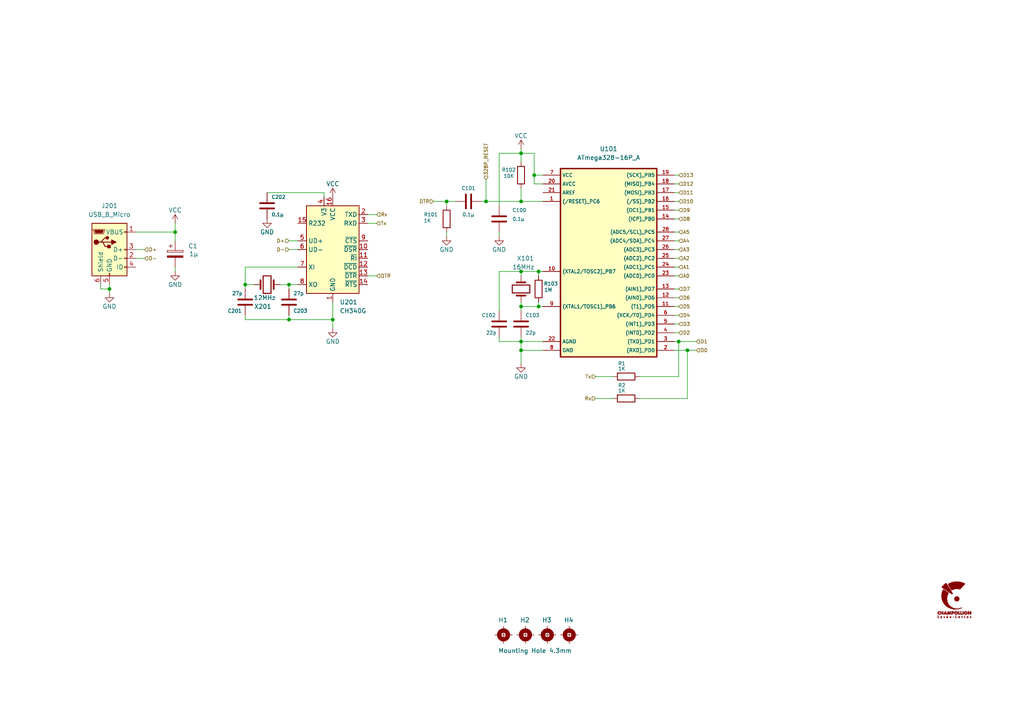
<source format=kicad_sch>
(kicad_sch (version 20231120) (generator "eeschema") (generator_version "8.0")
  (paper "A4")
  (title_block (title "5 TYPES") (date "2024-05-12") (rev "0") (comment 1 "FK2405") (comment 2 "BARBATO & DOULCET"))
  (lib_symbols
    (symbol "ATMEGA8-16AU:ATmega328-16P_A"
      (property "Reference" "U" (at 17.78 5.715 0))
      (property "Value" "ATmega328-16P_A" (at 18.415 3.81 0))
      (symbol "ATmega328-16P_A_0_0"
        (pin bidirectional line (at 0 -7.62 0) (length 5.08) (name "(/RESET)_PC6") (number "1"))
        (pin bidirectional line (at 0 -27.94 0) (length 5.08) (name "(XTAL2/TOSC2)_PB7") (number "10"))
        (pin bidirectional line (at 38.1 -38.1 180) (length 5.08) (name "(T1)_PD5") (number "11"))
        (pin bidirectional line (at 38.1 -35.56 180) (length 5.08) (name "(AIN0)_PD6") (number "12"))
        (pin bidirectional line (at 38.1 -33.02 180) (length 5.08) (name "(AIN1)_PD7") (number "13"))
        (pin bidirectional line (at 38.1 -12.7 180) (length 5.08) (name "(ICP)_PB0") (number "14"))
        (pin bidirectional line (at 38.1 -10.16 180) (length 5.08) (name "(OC1)_PB1") (number "15"))
        (pin bidirectional line (at 38.1 -7.62 180) (length 5.08) (name "(/SS)_PB2") (number "16"))
        (pin bidirectional line (at 38.1 -5.08 180) (length 5.08) (name "(MOSI)_PB3") (number "17"))
        (pin bidirectional line (at 38.1 -2.54 180) (length 5.08) (name "(MISO)_PB4") (number "18"))
        (pin bidirectional line (at 38.1 0 180) (length 5.08) (name "(SCK)_PB5") (number "19"))
        (pin bidirectional line (at 38.1 -50.8 180) (length 5.08) (name "(RXD)_PD0") (number "2"))
        (pin power_in line (at 0 -2.54 0) (length 5.08) (name "AVCC") (number "20"))
        (pin input line (at 0 -5.08 0) (length 5.08) (name "AREF") (number "21"))
        (pin passive line (at 0 -48.26 0) (length 5.08) (name "AGND") (number "22"))
        (pin bidirectional line (at 38.1 -29.21 180) (length 5.08) (name "(ADC0)_PC0") (number "23"))
        (pin bidirectional line (at 38.1 -26.67 180) (length 5.08) (name "(ADC1)_PC1") (number "24"))
        (pin bidirectional line (at 38.1 -24.13 180) (length 5.08) (name "(ADC2)_PC2") (number "25"))
        (pin bidirectional line (at 38.1 -21.59 180) (length 5.08) (name "(ADC3)_PC3") (number "26"))
        (pin bidirectional line (at 38.1 -19.05 180) (length 5.08) (name "(ADC4/SDA)_PC4") (number "27"))
        (pin bidirectional line (at 38.1 -16.51 180) (length 5.08) (name "(ADC5/SCL)_PC5") (number "28"))
        (pin bidirectional line (at 38.1 -48.26 180) (length 5.08) (name "(TXD)_PD1") (number "3"))
        (pin bidirectional line (at 38.1 -45.72 180) (length 5.08) (name "(INT0)_PD2") (number "4"))
        (pin bidirectional line (at 38.1 -43.18 180) (length 5.08) (name "(INT1)_PD3") (number "5"))
        (pin bidirectional line (at 38.1 -40.64 180) (length 5.08) (name "(XCK/T0)_PD4") (number "6"))
        (pin power_in line (at 0 0 0) (length 5.08) (name "VCC") (number "7"))
        (pin passive line (at 0 -50.8 0) (length 5.08) (name "GND") (number "8"))
        (pin bidirectional line (at 0 -38.1 0) (length 5.08) (name "(XTAL1/TOSC1)_PB6") (number "9"))
      )
    )
    (symbol "Connector:USB_B_Micro" (pin_names (offset 1.016))
      (property "Reference" "J" (at -5.08 11.43 0))
      (property "Value" "USB_B_Micro" (at -5.08 8.89 0))
      (symbol "USB_B_Micro_1_1"
        (pin power_out line (at 7.62 5.08 180) (length 2.54) (name "VBUS") (number "1"))
        (pin bidirectional line (at 7.62 -2.54 180) (length 2.54) (name "D-") (number "2"))
        (pin bidirectional line (at 7.62 0 180) (length 2.54) (name "D+") (number "3"))
        (pin passive line (at 7.62 -5.08 180) (length 2.54) (name "ID") (number "4"))
        (pin power_out line (at 0 -10.16 90) (length 2.54) (name "GND") (number "5"))
        (pin passive line (at -2.54 -10.16 90) (length 2.54) (name "Shield") (number "6"))
      )
    )
    (symbol "Device:C" (pin_numbers hide) (pin_names (offset 0.254))
      (property "Reference" "C" (at 0.635 2.54 0))
      (property "Value" "C" (at 0.635 -2.54 0))
      (symbol "C_1_1"
        (pin passive line (at 0 3.81 270) (length 2.794) (name "~") (number "1"))
        (pin passive line (at 0 -3.81 90) (length 2.794) (name "~") (number "2"))
      )
    )
    (symbol "Device:C_Polarized" (pin_numbers hide) (pin_names (offset 0.254))
      (property "Reference" "C" (at 0.635 2.54 0))
      (property "Value" "C_Polarized" (at 0.635 -2.54 0))
      (symbol "C_Polarized_1_1"
        (pin passive line (at 0 3.81 270) (length 2.794) (name "~") (number "1"))
        (pin passive line (at 0 -3.81 90) (length 2.794) (name "~") (number "2"))
      )
    )
    (symbol "Device:Crystal" (pin_numbers hide) (pin_names (offset 1.016) hide)
      (property "Reference" "Y" (at 0 3.81 0))
      (property "Value" "Crystal" (at 0 -3.81 0))
      (symbol "Crystal_1_1"
        (pin passive line (at -3.81 0 0) (length 1.27) (name "1") (number "1"))
        (pin passive line (at 3.81 0 180) (length 1.27) (name "2") (number "2"))
      )
    )
    (symbol "Device:R" (pin_numbers hide) (pin_names (offset 0))
      (property "Reference" "R" (at 2.032 0 90))
      (property "Value" "R" (at 0 0 90))
      (symbol "R_1_1"
        (pin passive line (at 0 3.81 270) (length 1.27) (name "~") (number "1"))
        (pin passive line (at 0 -3.81 90) (length 1.27) (name "~") (number "2"))
      )
    )
    (symbol "GND_14" (power) (pin_numbers hide) (pin_names (offset 0) hide)
      (property "Value" "GND_14" (at 0 -3.81 0))
      (symbol "GND_14_1_1"
        (pin power_in line (at 0 0 270) (length 0) hide (name "GND") (number "1"))
      )
    )
    (symbol "GND_3" (power) (pin_numbers hide) (pin_names (offset 0) hide)
      (property "Value" "GND_3" (at 0 -3.81 0))
      (symbol "GND_3_1_1"
        (pin power_in line (at 0 0 270) (length 0) hide (name "GND") (number "1"))
      )
    )
    (symbol "Interface_USB:CH340G"
      (property "Reference" "U" (at -5.08 13.97 0))
      (property "Value" "CH340G" (at 1.27 13.97 0))
      (symbol "CH340G_1_1"
        (pin power_in line (at 0 -15.24 90) (length 2.54) (name "GND") (number "1"))
        (pin input line (at 10.16 0 180) (length 2.54) (name "~{DSR}") (number "10"))
        (pin input line (at 10.16 -2.54 180) (length 2.54) (name "~{RI}") (number "11"))
        (pin input line (at 10.16 -5.08 180) (length 2.54) (name "~{DCD}") (number "12"))
        (pin output line (at 10.16 -7.62 180) (length 2.54) (name "~{DTR}") (number "13"))
        (pin output line (at 10.16 -10.16 180) (length 2.54) (name "~{RTS}") (number "14"))
        (pin input line (at -10.16 7.62 0) (length 2.54) (name "R232") (number "15"))
        (pin power_in line (at 0 15.24 270) (length 2.54) (name "VCC") (number "16"))
        (pin output line (at 10.16 10.16 180) (length 2.54) (name "TXD") (number "2"))
        (pin input line (at 10.16 7.62 180) (length 2.54) (name "RXD") (number "3"))
        (pin passive line (at -2.54 15.24 270) (length 2.54) (name "V3") (number "4"))
        (pin bidirectional line (at -10.16 2.54 0) (length 2.54) (name "UD+") (number "5"))
        (pin bidirectional line (at -10.16 0 0) (length 2.54) (name "UD-") (number "6"))
        (pin input line (at -10.16 -5.08 0) (length 2.54) (name "XI") (number "7"))
        (pin output line (at -10.16 -10.16 0) (length 2.54) (name "XO") (number "8"))
        (pin input line (at 10.16 2.54 180) (length 2.54) (name "~{CTS}") (number "9"))
      )
    )
    (symbol "LOGO:LOGO" (pin_names (offset 1.016)))
    (symbol "MountingHole_1" (pin_names (offset 1.016))
      (property "Reference" "H" (at 0 5.08 0))
      (property "Value" "MountingHole_1" (at 0 3.175 0))
    )
    (symbol "power:GND" (power) (pin_numbers hide) (pin_names (offset 0) hide)
      (property "Value" "GND" (at 0 -3.81 0))
      (symbol "GND_1_1"
        (pin power_in line (at 0 0 270) (length 0) hide (name "GND") (number "1"))
      )
    )
    (symbol "power:VCC" (power) (pin_numbers hide) (pin_names (offset 0) hide)
      (property "Value" "VCC" (at 0 3.81 0))
      (symbol "VCC_1_1"
        (pin power_in line (at 0 0 90) (length 0) hide (name "VCC") (number "1"))
      )
    )
  )
  (junction (at 140.97 58.42))
  (junction (at 129.54 58.42))
  (junction (at 156.21 78.74))
  (junction (at 83.82 92.71))
  (junction (at 96.52 92.71))
  (junction (at 50.8 67.31))
  (junction (at 151.13 58.42))
  (junction (at 83.82 82.55))
  (junction (at 71.12 82.55))
  (junction (at 199.39 101.6))
  (junction (at 151.13 99.06))
  (junction (at 196.85 99.06))
  (junction (at 154.94 50.8))
  (junction (at 156.21 88.9))
  (junction (at 151.13 44.45))
  (junction (at 151.13 88.9))
  (junction (at 151.13 78.74))
  (junction (at 31.75 83.82))
  (junction (at 151.13 101.6))
  (wire (pts (xy 196.85 99.06) (xy 201.93 99.06)))
  (wire (pts (xy 83.82 92.71) (xy 83.82 91.44)))
  (wire (pts (xy 196.85 93.98) (xy 195.58 93.98)))
  (wire (pts (xy 196.85 72.39) (xy 195.58 72.39)))
  (wire (pts (xy 144.78 78.74) (xy 151.13 78.74)))
  (wire (pts (xy 83.82 82.55) (xy 81.28 82.55)))
  (wire (pts (xy 196.85 60.96) (xy 195.58 60.96)))
  (wire (pts (xy 29.21 82.55) (xy 29.21 83.82)))
  (wire (pts (xy 196.85 67.31) (xy 195.58 67.31)))
  (wire (pts (xy 196.85 80.01) (xy 195.58 80.01)))
  (wire (pts (xy 71.12 77.47) (xy 71.12 82.55)))
  (wire (pts (xy 151.13 87.63) (xy 151.13 88.9)))
  (wire (pts (xy 151.13 58.42) (xy 157.48 58.42)))
  (wire (pts (xy 83.82 69.85) (xy 86.36 69.85)))
  (wire (pts (xy 151.13 46.99) (xy 151.13 44.45)))
  (wire (pts (xy 196.85 74.93) (xy 195.58 74.93)))
  (wire (pts (xy 151.13 97.79) (xy 151.13 99.06)))
  (wire (pts (xy 144.78 44.45) (xy 144.78 59.69)))
  (wire (pts (xy 139.7 58.42) (xy 140.97 58.42)))
  (wire (pts (xy 199.39 101.6) (xy 199.39 115.57)))
  (wire (pts (xy 172.72 109.22) (xy 177.8 109.22)))
  (wire (pts (xy 106.68 80.01) (xy 109.22 80.01)))
  (wire (pts (xy 199.39 101.6) (xy 201.93 101.6)))
  (wire (pts (xy 151.13 88.9) (xy 151.13 90.17)))
  (wire (pts (xy 172.72 115.57) (xy 177.8 115.57)))
  (wire (pts (xy 195.58 99.06) (xy 196.85 99.06)))
  (wire (pts (xy 129.54 58.42) (xy 129.54 59.69)))
  (wire (pts (xy 185.42 109.22) (xy 196.85 109.22)))
  (wire (pts (xy 199.39 115.57) (xy 185.42 115.57)))
  (wire (pts (xy 156.21 88.9) (xy 151.13 88.9)))
  (wire (pts (xy 144.78 99.06) (xy 144.78 97.79)))
  (wire (pts (xy 71.12 82.55) (xy 71.12 83.82)))
  (wire (pts (xy 83.82 82.55) (xy 83.82 83.82)))
  (wire (pts (xy 196.85 77.47) (xy 195.58 77.47)))
  (wire (pts (xy 154.94 44.45) (xy 154.94 50.8)))
  (wire (pts (xy 31.75 83.82) (xy 31.75 85.09)))
  (wire (pts (xy 195.58 53.34) (xy 196.85 53.34)))
  (wire (pts (xy 29.21 83.82) (xy 31.75 83.82)))
  (wire (pts (xy 151.13 101.6) (xy 151.13 105.41)))
  (wire (pts (xy 196.85 88.9) (xy 195.58 88.9)))
  (wire (pts (xy 157.48 78.74) (xy 156.21 78.74)))
  (wire (pts (xy 96.52 95.25) (xy 96.52 92.71)))
  (wire (pts (xy 93.98 55.88) (xy 93.98 57.15)))
  (wire (pts (xy 106.68 62.23) (xy 109.22 62.23)))
  (wire (pts (xy 77.47 55.88) (xy 93.98 55.88)))
  (wire (pts (xy 140.97 52.07) (xy 140.97 58.42)))
  (wire (pts (xy 196.85 63.5) (xy 195.58 63.5)))
  (wire (pts (xy 39.37 67.31) (xy 50.8 67.31)))
  (wire (pts (xy 151.13 99.06) (xy 144.78 99.06)))
  (wire (pts (xy 83.82 82.55) (xy 86.36 82.55)))
  (wire (pts (xy 157.48 53.34) (xy 154.94 53.34)))
  (wire (pts (xy 195.58 50.8) (xy 196.85 50.8)))
  (wire (pts (xy 196.85 96.52) (xy 195.58 96.52)))
  (wire (pts (xy 156.21 88.9) (xy 157.48 88.9)))
  (wire (pts (xy 196.85 99.06) (xy 196.85 109.22)))
  (wire (pts (xy 196.85 83.82) (xy 195.58 83.82)))
  (wire (pts (xy 151.13 78.74) (xy 156.21 78.74)))
  (wire (pts (xy 83.82 92.71) (xy 71.12 92.71)))
  (wire (pts (xy 39.37 72.39) (xy 41.91 72.39)))
  (wire (pts (xy 96.52 87.63) (xy 96.52 92.71)))
  (wire (pts (xy 151.13 44.45) (xy 154.94 44.45)))
  (wire (pts (xy 144.78 90.17) (xy 144.78 78.74)))
  (wire (pts (xy 156.21 78.74) (xy 156.21 80.01)))
  (wire (pts (xy 154.94 53.34) (xy 154.94 50.8)))
  (wire (pts (xy 140.97 58.42) (xy 151.13 58.42)))
  (wire (pts (xy 144.78 67.31) (xy 144.78 68.58)))
  (wire (pts (xy 129.54 58.42) (xy 132.08 58.42)))
  (wire (pts (xy 144.78 44.45) (xy 151.13 44.45)))
  (wire (pts (xy 154.94 50.8) (xy 157.48 50.8)))
  (wire (pts (xy 50.8 67.31) (xy 50.8 69.85)))
  (wire (pts (xy 31.75 82.55) (xy 31.75 83.82)))
  (wire (pts (xy 83.82 72.39) (xy 86.36 72.39)))
  (wire (pts (xy 156.21 87.63) (xy 156.21 88.9)))
  (wire (pts (xy 195.58 101.6) (xy 199.39 101.6)))
  (wire (pts (xy 83.82 92.71) (xy 96.52 92.71)))
  (wire (pts (xy 151.13 43.18) (xy 151.13 44.45)))
  (wire (pts (xy 195.58 55.88) (xy 196.85 55.88)))
  (wire (pts (xy 151.13 54.61) (xy 151.13 58.42)))
  (wire (pts (xy 50.8 64.77) (xy 50.8 67.31)))
  (wire (pts (xy 106.68 64.77) (xy 109.22 64.77)))
  (wire (pts (xy 50.8 77.47) (xy 50.8 78.74)))
  (wire (pts (xy 125.73 58.42) (xy 129.54 58.42)))
  (wire (pts (xy 71.12 92.71) (xy 71.12 91.44)))
  (wire (pts (xy 157.48 101.6) (xy 151.13 101.6)))
  (wire (pts (xy 196.85 86.36) (xy 195.58 86.36)))
  (wire (pts (xy 73.66 82.55) (xy 71.12 82.55)))
  (wire (pts (xy 196.85 91.44) (xy 195.58 91.44)))
  (wire (pts (xy 196.85 69.85) (xy 195.58 69.85)))
  (wire (pts (xy 39.37 74.93) (xy 41.91 74.93)))
  (wire (pts (xy 71.12 77.47) (xy 86.36 77.47)))
  (wire (pts (xy 129.54 67.31) (xy 129.54 68.58)))
  (wire (pts (xy 196.85 58.42) (xy 195.58 58.42)))
  (wire (pts (xy 157.48 99.06) (xy 151.13 99.06)))
  (wire (pts (xy 151.13 99.06) (xy 151.13 101.6)))
  (wire (pts (xy 151.13 80.01) (xy 151.13 78.74)))
  (hierarchical_label "A5" (shape input) (at 196.85 67.31 0) (effects (font (size 1.016 1.016))))
  (hierarchical_label "D+" (shape input) (at 41.91 72.39 0) (effects (font (size 1.016 1.016))))
  (hierarchical_label "Rx" (shape input) (at 172.72 115.57 180) (effects (font (size 1.016 1.016))))
  (hierarchical_label "DTR" (shape input) (at 125.73 58.42 180) (effects (font (size 1.016 1.016))))
  (hierarchical_label "D-" (shape input) (at 41.91 74.93 0) (effects (font (size 1.016 1.016))))
  (hierarchical_label "D10" (shape input) (at 196.85 58.42 0) (effects (font (size 1.016 1.016))))
  (hierarchical_label "D11" (shape input) (at 196.85 55.88 0) (effects (font (size 1.016 1.016))))
  (hierarchical_label "D+" (shape input) (at 83.82 69.85 180) (effects (font (size 1.016 1.016))))
  (hierarchical_label "D9" (shape input) (at 196.85 60.96 0) (effects (font (size 1.016 1.016))))
  (hierarchical_label "Tx" (shape input) (at 109.22 64.77 0) (effects (font (size 1.016 1.016))))
  (hierarchical_label "D12" (shape input) (at 196.85 53.34 0) (effects (font (size 1.016 1.016))))
  (hierarchical_label "DTR" (shape input) (at 109.22 80.01 0) (effects (font (size 1.016 1.016))))
  (hierarchical_label "A0" (shape input) (at 196.85 80.01 0) (effects (font (size 1.016 1.016))))
  (hierarchical_label "A4" (shape input) (at 196.85 69.85 0) (effects (font (size 1.016 1.016))))
  (hierarchical_label "D1" (shape input) (at 201.93 99.06 0) (effects (font (size 1.016 1.016))))
  (hierarchical_label "D7" (shape input) (at 196.85 83.82 0) (effects (font (size 1.016 1.016))))
  (hierarchical_label "D6" (shape input) (at 196.85 86.36 0) (effects (font (size 1.016 1.016))))
  (hierarchical_label "D5" (shape input) (at 196.85 88.9 0) (effects (font (size 1.016 1.016))))
  (hierarchical_label "A1" (shape input) (at 196.85 77.47 0) (effects (font (size 1.016 1.016))))
  (hierarchical_label "Rx" (shape input) (at 109.22 62.23 0) (effects (font (size 1.016 1.016))))
  (hierarchical_label "D2" (shape input) (at 196.85 96.52 0) (effects (font (size 1.016 1.016))))
  (hierarchical_label "D3" (shape input) (at 196.85 93.98 0) (effects (font (size 1.016 1.016))))
  (hierarchical_label "D0" (shape input) (at 201.93 101.6 0) (effects (font (size 1.016 1.016))))
  (hierarchical_label "A3" (shape input) (at 196.85 72.39 0) (effects (font (size 1.016 1.016))))
  (hierarchical_label "D13" (shape input) (at 196.85 50.8 0) (effects (font (size 1.016 1.016))))
  (hierarchical_label "Tx" (shape input) (at 172.72 109.22 180) (effects (font (size 1.016 1.016))))
  (hierarchical_label "D-" (shape input) (at 83.82 72.39 180) (effects (font (size 1.016 1.016))))
  (hierarchical_label "A2" (shape input) (at 196.85 74.93 0) (effects (font (size 1.016 1.016))))
  (hierarchical_label "D4" (shape input) (at 196.85 91.44 0) (effects (font (size 1.016 1.016))))
  (hierarchical_label "328P_RESET" (shape input) (at 140.97 52.07 90) (effects (font (size 1.016 1.016))))
  (hierarchical_label "D8" (shape input) (at 196.85 63.5 0) (effects (font (size 1.016 1.016))))
  (symbol (lib_id "power:VCC") (at 151.13 43.18 0) (unit 1)
    (property "Reference" "#PWR0102" (effects (hide yes)))
    (property "Value" "VCC" (at 151.13 39.37 0))
  )
  (symbol (lib_name "MountingHole_1") (lib_id "Mechanical:MountingHole") (at 158.75 184.15 0) (unit 1)
    (property "Reference" "H3" (at 157.226 179.832 0) (effects (justify left)))
    (property "Value" "MountingHole" (effects (hide yes)))
    (property "Footprint" "MountingHole:MountingHole_4.3mm_M4_DIN965" (effects (hide yes)))
  )
  (symbol (lib_id "Device:C") (at 71.12 87.63 0) (unit 1)
    (property "Reference" "C201" (at 66.04 90.17 0) (effects (font (size 1.016 1.016)) (justify left)))
    (property "Value" "27p" (at 67.31 85.09 0) (effects (font (size 1.016 1.016)) (justify left)))
    (property "Footprint" "Capacitor_SMD:C_1206_3216Metric" (effects (hide yes)))
    (property "Datasheet" "http://images.ihscontent.net/vipimages/VipMasterIC/IC/KEME/KEMES10043/KEMES10043-1.pdf" (effects (hide yes)))
    (property "Description" "ATMEGA328P VCC and AVCC Bypass Cap" (effects (hide yes)))
    (property "Characteristics" "CAPACITOR, CERAMIC, MULTILAYER, 100 V, X7R, 0.1 uF, SURFACE MOUNT, 0805, CHIP, ROHS COMPLIANT" (effects (hide yes)))
    (property "MFN" "Kemet" (effects (hide yes)))
    (property "Package ID" "SMD_0805" (effects (hide yes)))
    (property "Source" "ANY" (effects (hide yes)))
    (property "Critical" "N" (effects (hide yes)))
    (property "Subsystem" "328P_Sub" (effects (hide yes)))
    (property "MPN" "C0805C104K1RACAUTO" (effects (hide yes)))
  )
  (symbol (lib_id "ATMEGA8-16AU:ATmega328-16P_A") (at 157.48 50.8 0) (unit 1)
    (property "Reference" "U101" (at 176.53 43.18 0))
    (property "Value" "ATmega328-16P_A" (at 176.53 45.72 0))
    (property "Footprint" "Package_DIP:DIP-28_W7.62mm" (effects (hide yes)))
  )
  (symbol (lib_id "Device:Crystal") (at 77.47 82.55 180) (unit 1)
    (property "Reference" "X201" (at 78.74 88.9 0) (effects (justify left)))
    (property "Value" "12MHz" (at 80.01 86.36 0) (effects (justify left)))
    (property "Footprint" "Crystal:Crystal_HC49-4H_Vertical" (effects (hide yes)))
  )
  (symbol (lib_id "power:VCC") (at 50.8 64.77 0) (unit 1)
    (property "Reference" "#PWR01" (effects (hide yes)))
    (property "Value" "VCC" (at 50.8 60.96 0))
  )
  (symbol (lib_id "power:GND") (at 129.54 68.58 0) (unit 1)
    (property "Reference" "#PWR0104" (effects (hide yes)))
    (property "Value" "GND" (at 129.54 72.39 0))
  )
  (symbol (lib_id "power:VCC") (at 96.52 57.15 0) (unit 1)
    (property "Reference" "#PWR0204" (effects (hide yes)))
    (property "Value" "VCC" (at 96.52 53.34 0))
  )
  (symbol (lib_id "power:GND") (at 50.8 78.74 0) (unit 1)
    (property "Reference" "#PWR0101" (effects (hide yes)))
    (property "Value" "GND" (at 50.8 82.55 0))
  )
  (symbol (lib_id "Device:C") (at 144.78 63.5 0) (unit 1)
    (property "Reference" "C100" (at 148.59 60.96 0) (effects (font (size 1.016 1.016)) (justify left)))
    (property "Value" "0.1µ" (at 148.59 63.5 0) (effects (font (size 1.016 1.016)) (justify left)))
    (property "Footprint" "Capacitor_SMD:C_1206_3216Metric" (effects (hide yes)))
    (property "Datasheet" "http://images.ihscontent.net/vipimages/VipMasterIC/IC/KEME/KEMES10043/KEMES10043-1.pdf" (effects (hide yes)))
    (property "Description" "ATMEGA328P VCC and AVCC Bypass Cap" (effects (hide yes)))
    (property "Characteristics" "CAPACITOR, CERAMIC, MULTILAYER, 100 V, X7R, 0.1 uF, SURFACE MOUNT, 0805, CHIP, ROHS COMPLIANT" (effects (hide yes)))
    (property "MFN" "Kemet" (effects (hide yes)))
    (property "Package ID" "SMD_0805" (effects (hide yes)))
    (property "Source" "ANY" (effects (hide yes)))
    (property "Critical" "N" (effects (hide yes)))
    (property "Subsystem" "328P_Sub" (effects (hide yes)))
    (property "MPN" "C0805C104K1RACAUTO" (effects (hide yes)))
  )
  (symbol (lib_id "Interface_USB:CH340G") (at 96.52 72.39 0) (unit 1)
    (property "Reference" "U201" (at 98.5394 87.63 0) (effects (justify left)))
    (property "Value" "CH340G" (at 98.5394 90.17 0) (effects (justify left)))
    (property "Footprint" "Package_SO:SOIC-16_3.9x9.9mm_P1.27mm" (effects (hide yes)))
    (property "Datasheet" "http://www.datasheet5.com/pdf-local-2195953" (effects (hide yes)))
  )
  (symbol (lib_name "MountingHole_1") (lib_id "Mechanical:MountingHole") (at 152.4 184.15 0) (unit 1)
    (property "Reference" "H2" (at 150.876 179.832 0) (effects (justify left)))
    (property "Value" "MountingHole" (effects (hide yes)))
    (property "Footprint" "MountingHole:MountingHole_4.3mm_M4_DIN965" (effects (hide yes)))
    (property "Datasheet" "  (layer \"F.Cu\")" (effects (hide yes)))
  )
  (symbol (lib_id "Device:R") (at 151.13 50.8 180) (unit 1)
    (property "Reference" "R102" (at 147.574 49.276 0) (effects (font (size 1.016 1.016))))
    (property "Value" "10K" (at 147.574 51.054 0) (effects (font (size 1.016 1.016))))
    (property "Footprint" "Resistor_SMD:R_1206_3216Metric" (effects (hide yes)))
    (property "Datasheet" "http://images.ihscontent.net/vipimages/VipMasterIC/IC/VISH/VISHS75859/VISHS75859-1.pdf" (effects (hide yes)))
    (property "Description" "ATMEGA328P 10K ICSP Pull Up" (effects (hide yes)))
    (property "Characteristics" "RESISTOR, METAL GLAZE/THICK FILM, 0.125W, 5%, 200ppm, 10000ohm, SURFACE MOUNT, 0805" (effects (hide yes)))
    (property "MFN" "Vishay" (effects (hide yes)))
    (property "Package ID" "SMD_0805" (effects (hide yes)))
    (property "Source" "ANY" (effects (hide yes)))
    (property "Critical" "N" (effects (hide yes)))
    (property "Subsystem" "328P_Sub" (effects (hide yes)))
    (property "MPN" "CRCW080510K0JNEA" (effects (hide yes)))
  )
  (symbol (lib_id "Device:C") (at 151.13 93.98 0) (unit 1)
    (property "Reference" "C103" (at 152.4 91.44 0) (effects (font (size 1.016 1.016)) (justify left)))
    (property "Value" "22p" (at 152.4 96.52 0) (effects (font (size 1.016 1.016)) (justify left)))
    (property "Footprint" "Capacitor_SMD:C_1206_3216Metric" (effects (hide yes)))
    (property "Datasheet" "http://images.ihscontent.net/vipimages/VipMasterIC/IC/KEME/KEMES10043/KEMES10043-1.pdf" (effects (hide yes)))
    (property "Description" "ATMEGA328P VCC and AVCC Bypass Cap" (effects (hide yes)))
    (property "Characteristics" "CAPACITOR, CERAMIC, MULTILAYER, 100 V, X7R, 0.1 uF, SURFACE MOUNT, 0805, CHIP, ROHS COMPLIANT" (effects (hide yes)))
    (property "MFN" "Kemet" (effects (hide yes)))
    (property "Package ID" "SMD_0805" (effects (hide yes)))
    (property "Source" "ANY" (effects (hide yes)))
    (property "Critical" "N" (effects (hide yes)))
    (property "Subsystem" "328P_Sub" (effects (hide yes)))
    (property "MPN" "C0805C104K1RACAUTO" (effects (hide yes)))
  )
  (symbol (lib_id "power:GND") (at 144.78 68.58 0) (unit 1)
    (property "Reference" "#PWR0109" (effects (hide yes)))
    (property "Value" "GND" (at 144.78 72.39 0))
  )
  (symbol (lib_id "power:GND") (at 151.13 105.41 0) (unit 1)
    (property "Reference" "#PWR0106" (effects (hide yes)))
    (property "Value" "GND" (at 151.13 109.22 0))
  )
  (symbol (lib_id "Device:R") (at 156.21 83.82 0) (unit 1)
    (property "Reference" "R103" (at 157.734 82.296 0) (effects (font (size 1.016 1.016)) (justify left)))
    (property "Value" "1M" (at 159.004 84.074 0) (effects (font (size 1.016 1.016))))
    (property "Footprint" "Resistor_SMD:R_1206_3216Metric" (effects (hide yes)))
    (property "Datasheet" "http://www.vishay.com/docs/20035/dcrcwe3.pdf" (effects (hide yes)))
    (property "Description" "ATMEGA328P Xtal 1M Feedback Resistor" (effects (hide yes)))
    (property "Characteristics" "RES SMD 1M OHM 1% 1/8W 0805" (effects (hide yes)))
    (property "MFN" "Vishay" (effects (hide yes)))
    (property "Package ID" "SMD_0805" (effects (hide yes)))
    (property "Source" "ANY" (effects (hide yes)))
    (property "Critical" "N" (effects (hide yes)))
    (property "Subsystem" "328P_Sub" (effects (hide yes)))
    (property "MPN" "CRCW08051M00FKEA" (effects (hide yes)))
  )
  (symbol (lib_id "Device:Crystal") (at 151.13 83.82 270) (unit 1)
    (property "Reference" "X101" (at 149.86 74.93 90) (effects (justify left)))
    (property "Value" "16MHz" (at 148.59 77.47 90) (effects (justify left)))
    (property "Footprint" "Crystal:Crystal_HC49-4H_Vertical" (effects (hide yes)))
  )
  (symbol (lib_id "Device:C") (at 77.47 59.69 0) (unit 1)
    (property "Reference" "C202" (at 78.74 57.15 0) (effects (font (size 1.016 1.016)) (justify left)))
    (property "Value" "0.1µ" (at 78.74 62.23 0) (effects (font (size 1.016 1.016)) (justify left)))
    (property "Footprint" "Capacitor_SMD:C_1206_3216Metric" (effects (hide yes)))
    (property "Datasheet" "http://images.ihscontent.net/vipimages/VipMasterIC/IC/KEME/KEMES10043/KEMES10043-1.pdf" (effects (hide yes)))
    (property "Description" "ATMEGA328P VCC and AVCC Bypass Cap" (effects (hide yes)))
    (property "Characteristics" "CAPACITOR, CERAMIC, MULTILAYER, 100 V, X7R, 0.1 uF, SURFACE MOUNT, 0805, CHIP, ROHS COMPLIANT" (effects (hide yes)))
    (property "MFN" "Kemet" (effects (hide yes)))
    (property "Package ID" "SMD_0805" (effects (hide yes)))
    (property "Source" "ANY" (effects (hide yes)))
    (property "Critical" "N" (effects (hide yes)))
    (property "Subsystem" "328P_Sub" (effects (hide yes)))
    (property "MPN" "C0805C104K1RACAUTO" (effects (hide yes)))
  )
  (symbol (lib_id "Device:C") (at 144.78 93.98 0) (unit 1)
    (property "Reference" "C102" (at 139.7 91.44 0) (effects (font (size 1.016 1.016)) (justify left)))
    (property "Value" "22p" (at 140.97 96.52 0) (effects (font (size 1.016 1.016)) (justify left)))
    (property "Footprint" "Capacitor_SMD:C_1206_3216Metric" (effects (hide yes)))
    (property "Datasheet" "http://images.ihscontent.net/vipimages/VipMasterIC/IC/KEME/KEMES10043/KEMES10043-1.pdf" (effects (hide yes)))
    (property "Description" "ATMEGA328P VCC and AVCC Bypass Cap" (effects (hide yes)))
    (property "Characteristics" "CAPACITOR, CERAMIC, MULTILAYER, 100 V, X7R, 0.1 uF, SURFACE MOUNT, 0805, CHIP, ROHS COMPLIANT" (effects (hide yes)))
    (property "MFN" "Kemet" (effects (hide yes)))
    (property "Package ID" "SMD_0805" (effects (hide yes)))
    (property "Source" "ANY" (effects (hide yes)))
    (property "Critical" "N" (effects (hide yes)))
    (property "Subsystem" "328P_Sub" (effects (hide yes)))
    (property "MPN" "C0805C104K1RACAUTO" (effects (hide yes)))
  )
  (symbol (lib_name "GND_14") (lib_id "power:GND") (at 31.75 85.09 0) (unit 1)
    (property "Reference" "#PWR0202" (effects (hide yes)))
    (property "Value" "GND" (at 31.75 88.9 0))
  )
  (symbol (lib_id "Device:C") (at 135.89 58.42 90) (unit 1)
    (property "Reference" "C101" (at 135.89 54.61 90) (effects (font (size 1.016 1.016))))
    (property "Value" "0.1µ" (at 135.89 62.23 90) (effects (font (size 1.016 1.016))))
    (property "Footprint" "Capacitor_SMD:C_1206_3216Metric" (effects (hide yes)))
    (property "Datasheet" "http://images.ihscontent.net/vipimages/VipMasterIC/IC/KEME/KEMES10043/KEMES10043-1.pdf" (effects (hide yes)))
    (property "Description" "ATMEGA328P Reset Cap" (effects (hide yes)))
    (property "Characteristics" "CAPACITOR, CERAMIC, MULTILAYER, 100 V, X7R, 0.1 uF, SURFACE MOUNT, 0805, CHIP, ROHS COMPLIANT" (effects (hide yes)))
    (property "MFN" "Kemet" (effects (hide yes)))
    (property "Package ID" "SMD_0805" (effects (hide yes)))
    (property "Source" "ANY" (effects (hide yes)))
    (property "Critical" "N" (effects (hide yes)))
    (property "Subsystem" "328P_Sub" (effects (hide yes)))
    (property "MPN" "C0805C104K1RACAUTO" (effects (hide yes)))
  )
  (symbol (lib_id "Device:R") (at 181.61 109.22 270) (unit 1)
    (property "Reference" "R1" (at 180.34 105.41 90) (effects (font (size 1.016 1.016))))
    (property "Value" "1K" (at 180.34 106.934 90) (effects (font (size 1.016 1.016))))
    (property "Footprint" "Resistor_SMD:R_1206_3216Metric" (effects (hide yes)))
    (property "Datasheet" "http://images.ihscontent.net/vipimages/VipMasterIC/IC/VISH/VISHS75859/VISHS75859-1.pdf" (effects (hide yes)))
    (property "Description" "ATMEGA328P DTR Pull Down Resistor" (effects (hide yes)))
    (property "Characteristics" "METAL GLAZE/THICK FILM, 0.125W, 5%, 200ppm, 1000ohm, SURFACE MOUNT, 0805," (effects (hide yes)))
    (property "MFN" "Vishay" (effects (hide yes)))
    (property "Package ID" "SMD_0805" (effects (hide yes)))
    (property "Source" "ANY" (effects (hide yes)))
    (property "Critical" "N" (effects (hide yes)))
    (property "Subsystem" "328P_Sub" (effects (hide yes)))
    (property "MPN" "CRCW08051K00JNEA" (effects (hide yes)))
  )
  (symbol (lib_id "Device:C_Polarized") (at 50.8 73.66 0) (unit 1)
    (property "Reference" "C1" (at 54.61 71.374 0) (effects (justify left)))
    (property "Value" "1µ" (at 54.864 73.66 0) (effects (justify left)))
    (property "Footprint" "Resistor_SMD:R_2512_6332Metric" (effects (hide yes)))
  )
  (symbol (lib_name "GND_3") (lib_id "power:GND") (at 96.52 95.25 0) (unit 1)
    (property "Reference" "#PWR0205" (effects (hide yes)))
    (property "Value" "GND" (at 96.52 99.06 0))
  )
  (symbol (lib_id "LOGO:LOGO") (at 276.86 173.99 0) (unit 1)
    (property "Reference" "#G1" (effects (hide yes)))
    (property "Value" "LOGO" (effects (hide yes)))
  )
  (symbol (lib_id "Device:C") (at 83.82 87.63 0) (unit 1)
    (property "Reference" "C203" (at 85.09 90.17 0) (effects (font (size 1.016 1.016)) (justify left)))
    (property "Value" "27p" (at 85.09 85.09 0) (effects (font (size 1.016 1.016)) (justify left)))
    (property "Footprint" "Capacitor_SMD:C_1206_3216Metric" (effects (hide yes)))
    (property "Datasheet" "http://images.ihscontent.net/vipimages/VipMasterIC/IC/KEME/KEMES10043/KEMES10043-1.pdf" (effects (hide yes)))
    (property "Description" "ATMEGA328P VCC and AVCC Bypass Cap" (effects (hide yes)))
    (property "Characteristics" "CAPACITOR, CERAMIC, MULTILAYER, 100 V, X7R, 0.1 uF, SURFACE MOUNT, 0805, CHIP, ROHS COMPLIANT" (effects (hide yes)))
    (property "MFN" "Kemet" (effects (hide yes)))
    (property "Package ID" "SMD_0805" (effects (hide yes)))
    (property "Source" "ANY" (effects (hide yes)))
    (property "Critical" "N" (effects (hide yes)))
    (property "Subsystem" "328P_Sub" (effects (hide yes)))
    (property "MPN" "C0805C104K1RACAUTO" (effects (hide yes)))
  )
  (symbol (lib_name "MountingHole_1") (lib_id "Mechanical:MountingHole") (at 165.1 184.15 0) (unit 1)
    (property "Reference" "H4" (at 163.576 179.832 0) (effects (justify left)))
    (property "Value" "MountingHole" (effects (hide yes)))
    (property "Footprint" "MountingHole:MountingHole_4.3mm_M4_DIN965" (effects (hide yes)))
  )
  (symbol (lib_id "power:GND") (at 77.47 63.5 0) (unit 1)
    (property "Reference" "#PWR0203" (effects (hide yes)))
    (property "Value" "GND" (at 77.47 67.31 0))
  )
  (symbol (lib_id "Device:R") (at 129.54 63.5 0) (unit 1)
    (property "Reference" "R101" (at 124.968 62.23 0) (effects (font (size 1.016 1.016))))
    (property "Value" "1K" (at 123.952 64.008 0) (effects (font (size 1.016 1.016))))
    (property "Footprint" "Resistor_SMD:R_1206_3216Metric" (effects (hide yes)))
    (property "Datasheet" "http://images.ihscontent.net/vipimages/VipMasterIC/IC/VISH/VISHS75859/VISHS75859-1.pdf" (effects (hide yes)))
    (property "Description" "ATMEGA328P DTR Pull Down Resistor" (effects (hide yes)))
    (property "Characteristics" "METAL GLAZE/THICK FILM, 0.125W, 5%, 200ppm, 1000ohm, SURFACE MOUNT, 0805," (effects (hide yes)))
    (property "MFN" "Vishay" (effects (hide yes)))
    (property "Package ID" "SMD_0805" (effects (hide yes)))
    (property "Source" "ANY" (effects (hide yes)))
    (property "Critical" "N" (effects (hide yes)))
    (property "Subsystem" "328P_Sub" (effects (hide yes)))
    (property "MPN" "CRCW08051K00JNEA" (effects (hide yes)))
  )
  (symbol (lib_name "MountingHole_1") (lib_id "Mechanical:MountingHole") (at 146.05 184.15 0) (unit 1)
    (property "Reference" "H1" (at 144.526 179.832 0) (effects (justify left)))
    (property "Value" "Mounting Hole 4.3mm" (at 144.526 188.722 0) (effects (justify left)))
    (property "Footprint" "MountingHole:MountingHole_4.3mm_M4_DIN965" (effects (hide yes)))
  )
  (symbol (lib_id "Connector:USB_B_Micro") (at 31.75 72.39 0) (unit 1)
    (property "Reference" "J201" (at 31.75 59.69 0))
    (property "Value" "USB_B_Micro" (at 31.75 62.23 0))
    (property "Footprint" "Connector_USB:USB_Micro-B_Wuerth_614105150721_Vertical" (effects (hide yes)))
  )
  (symbol (lib_id "Device:R") (at 181.61 115.57 270) (unit 1)
    (property "Reference" "R2" (at 180.34 111.76 90) (effects (font (size 1.016 1.016))))
    (property "Value" "1K" (at 180.34 113.284 90) (effects (font (size 1.016 1.016))))
    (property "Footprint" "Resistor_SMD:R_1206_3216Metric" (effects (hide yes)))
    (property "Datasheet" "http://images.ihscontent.net/vipimages/VipMasterIC/IC/VISH/VISHS75859/VISHS75859-1.pdf" (effects (hide yes)))
    (property "Description" "ATMEGA328P DTR Pull Down Resistor" (effects (hide yes)))
    (property "Characteristics" "METAL GLAZE/THICK FILM, 0.125W, 5%, 200ppm, 1000ohm, SURFACE MOUNT, 0805," (effects (hide yes)))
    (property "MFN" "Vishay" (effects (hide yes)))
    (property "Package ID" "SMD_0805" (effects (hide yes)))
    (property "Source" "ANY" (effects (hide yes)))
    (property "Critical" "N" (effects (hide yes)))
    (property "Subsystem" "328P_Sub" (effects (hide yes)))
    (property "MPN" "CRCW08051K00JNEA" (effects (hide yes)))
  )
)
</source>
